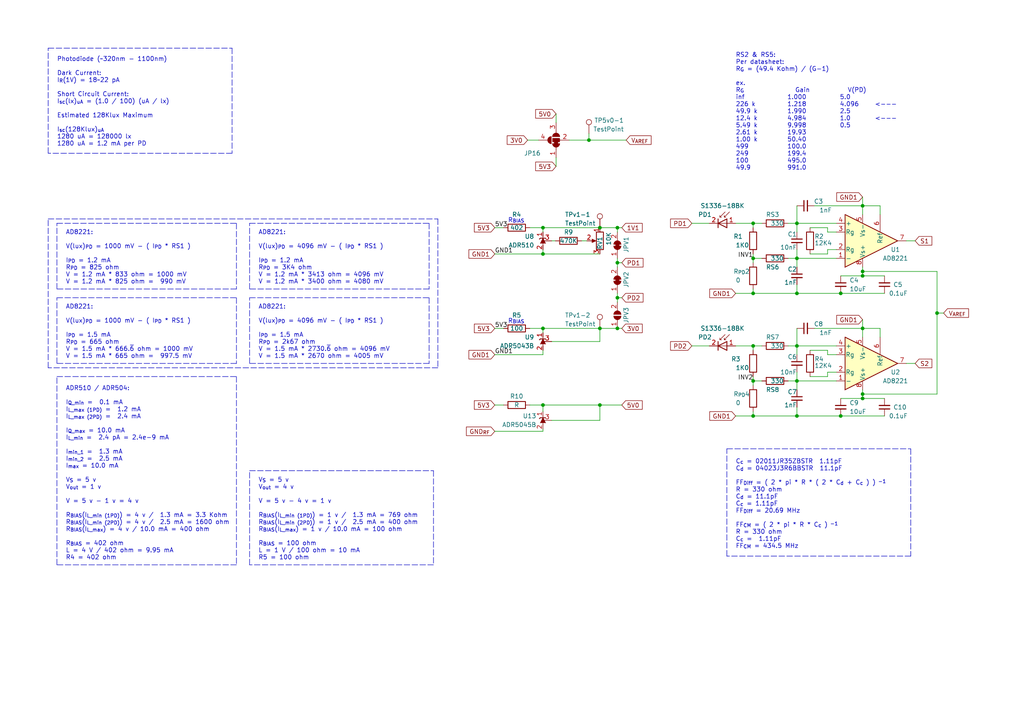
<source format=kicad_sch>
(kicad_sch (version 20211123) (generator eeschema)
  (paper "A4")
  (lib_symbols
    (symbol "ADR510_1" (pin_names hide)
      (property "Reference" "U" (at -2.54 2.54 0))
      (property "Value" "ADR510_1" (at 0 -2.54 0))
      (symbol "ADR510_1_0_1"
        (polyline (pts (xy -1.27 0) (xy 0 0) (xy 1.27 0)))
        (polyline (pts (xy -0.762 0.762) (xy 0.762 0) (xy -0.762 -0.762)) (fill (type outline)))
        (polyline (pts (xy 0.508 -1.016) (xy 0.762 -0.762) (xy 0.762 0.762) (xy 0.762 0.762)) (stroke (width 0.254)))
      )
      (symbol "ADR510_1_1_1"
        (pin passive line (at 2.54 0 180) (length 1.27) (name "K") (number "1"))
        (pin passive line (at -2.54 0 0) (length 1.27) (name "A") (number "2"))
        (pin passive line (at 0 2.54 270) (length 2.54) (name "REF") (number "3"))
      )
    )
    (symbol "Amplifier_Instrumentation:AD8236" (pin_names (offset 0.127))
      (property "Reference" "U" (at 3.81 7.62 0))
      (property "Value" "AD8236" (at 3.81 5.08 0))
      (symbol "AD8236_0_1"
        (polyline (pts (xy -7.62 7.62) (xy -7.62 -7.62) (xy 7.62 0) (xy -7.62 7.62)) (stroke (width 0.254)) (fill (type background)))
      )
      (symbol "AD8236_1_1"
        (pin input line (at -10.16 5.08 0) (length 2.54) (name "-") (number "1"))
        (pin passive line (at -10.16 2.54 0) (length 2.54) (name "Rg") (number "2"))
        (pin passive line (at -10.16 -2.54 0) (length 2.54) (name "Rg") (number "3"))
        (pin input line (at -10.16 -5.08 0) (length 2.54) (name "+") (number "4"))
        (pin power_in line (at -2.54 -7.62 90) (length 2.54) (name "Vs-") (number "5"))
        (pin passive line (at 2.54 -7.62 90) (length 5.08) (name "Ref") (number "6"))
        (pin output line (at 10.16 0 180) (length 2.54) (name "~") (number "7"))
        (pin power_in line (at -2.54 7.62 270) (length 2.54) (name "Vs+") (number "8"))
      )
    )
    (symbol "Connector:TestPoint" (pin_numbers hide) (pin_names (offset 0.762) hide)
      (property "Reference" "TP" (at 0 6.858 0))
      (property "Value" "TestPoint" (at 0 5.08 0))
      (symbol "TestPoint_0_1"
        (circle (center 0 3.302) (radius 0.762))
      )
      (symbol "TestPoint_1_1"
        (pin passive line (at 0 0 90) (length 2.54) (name "1") (number "1"))
      )
    )
    (symbol "Device:C_Small" (pin_numbers hide) (pin_names (offset 0.254) hide)
      (property "Reference" "C" (at 0.254 1.778 0))
      (property "Value" "C_Small" (at 0.254 -2.032 0))
      (symbol "C_Small_0_1"
        (polyline (pts (xy -1.524 -0.508) (xy 1.524 -0.508)) (stroke (width 0.3302)))
        (polyline (pts (xy -1.524 0.508) (xy 1.524 0.508)) (stroke (width 0.3048)))
      )
      (symbol "C_Small_1_1"
        (pin passive line (at 0 2.54 270) (length 2.032) (name "~") (number "1"))
        (pin passive line (at 0 -2.54 90) (length 2.032) (name "~") (number "2"))
      )
    )
    (symbol "Device:R" (pin_numbers hide) (pin_names (offset 0))
      (property "Reference" "R" (at 2.032 0 90))
      (property "Value" "R" (at 0 0 90))
      (symbol "R_0_1"
        (rectangle (start -1.016 -2.54) (end 1.016 2.54) (stroke (width 0.254)))
      )
      (symbol "R_1_1"
        (pin passive line (at 0 3.81 270) (length 1.27) (name "~") (number "1"))
        (pin passive line (at 0 -3.81 90) (length 1.27) (name "~") (number "2"))
      )
    )
    (symbol "Device:R_Potentiometer" (pin_names (offset 1.016) hide)
      (property "Reference" "RV" (at -4.445 0 90))
      (property "Value" "R_Potentiometer" (at -2.54 0 90))
      (symbol "R_Potentiometer_0_1"
        (polyline (pts (xy 2.54 0) (xy 1.524 0)))
        (polyline (pts (xy 1.143 0) (xy 2.286 0.508) (xy 2.286 -0.508) (xy 1.143 0)) (fill (type outline)))
        (rectangle (start 1.016 2.54) (end -1.016 -2.54) (stroke (width 0.254)))
      )
      (symbol "R_Potentiometer_1_1"
        (pin passive line (at 0 3.81 270) (length 1.27) (name "1") (number "1"))
        (pin passive line (at 3.81 0 180) (length 1.27) (name "2") (number "2"))
        (pin passive line (at 0 -3.81 90) (length 1.27) (name "3") (number "3"))
      )
    )
    (symbol "Gardenuino_Custom:ADR510" (pin_names hide)
      (property "Reference" "U" (at -2.54 2.54 0))
      (property "Value" "ADR510" (at 0 -2.54 0))
      (symbol "ADR510_0_1"
        (polyline (pts (xy -1.27 0) (xy 0 0) (xy 1.27 0)))
        (polyline (pts (xy -0.762 0.762) (xy 0.762 0) (xy -0.762 -0.762)) (fill (type outline)))
        (polyline (pts (xy 0.508 -1.016) (xy 0.762 -0.762) (xy 0.762 0.762) (xy 0.762 0.762)) (stroke (width 0.254)))
      )
      (symbol "ADR510_1_1"
        (pin passive line (at 2.54 0 180) (length 1.27) (name "K") (number "1"))
        (pin passive line (at -2.54 0 0) (length 1.27) (name "A") (number "2"))
        (pin passive line (at 0 2.54 270) (length 2.54) (name "REF") (number "3"))
      )
    )
    (symbol "Jumper:SolderJumper_2_Bridged" (pin_names (offset 0) hide)
      (property "Reference" "JP" (at 0 2.032 0))
      (property "Value" "SolderJumper_2_Bridged" (at 0 -2.54 0))
      (symbol "SolderJumper_2_Bridged_0_1"
        (rectangle (start -0.508 0.508) (end 0.508 -0.508) (fill (type outline)))
        (arc (start -0.254 1.016) (mid -1.27 0) (end -0.254 -1.016))
        (arc (start -0.254 1.016) (mid -1.27 0) (end -0.254 -1.016) (fill (type outline)))
        (polyline (pts (xy -0.254 1.016) (xy -0.254 -1.016)))
        (polyline (pts (xy 0.254 1.016) (xy 0.254 -1.016)))
        (arc (start 0.254 -1.016) (mid 1.27 0) (end 0.254 1.016))
        (arc (start 0.254 -1.016) (mid 1.27 0) (end 0.254 1.016) (fill (type outline)))
      )
      (symbol "SolderJumper_2_Bridged_1_1"
        (pin passive line (at -3.81 0 0) (length 2.54) (name "A") (number "1"))
        (pin passive line (at 3.81 0 180) (length 2.54) (name "B") (number "2"))
      )
    )
    (symbol "Jumper:SolderJumper_2_Open" (pin_names (offset 0) hide)
      (property "Reference" "JP" (at 0 2.032 0))
      (property "Value" "SolderJumper_2_Open" (at 0 -2.54 0))
      (symbol "SolderJumper_2_Open_0_1"
        (arc (start -0.254 1.016) (mid -1.27 0) (end -0.254 -1.016))
        (arc (start -0.254 1.016) (mid -1.27 0) (end -0.254 -1.016) (fill (type outline)))
        (polyline (pts (xy -0.254 1.016) (xy -0.254 -1.016)))
        (polyline (pts (xy 0.254 1.016) (xy 0.254 -1.016)))
        (arc (start 0.254 -1.016) (mid 1.27 0) (end 0.254 1.016))
        (arc (start 0.254 -1.016) (mid 1.27 0) (end 0.254 1.016) (fill (type outline)))
      )
      (symbol "SolderJumper_2_Open_1_1"
        (pin passive line (at -3.81 0 0) (length 2.54) (name "A") (number "1"))
        (pin passive line (at 3.81 0 180) (length 2.54) (name "B") (number "2"))
      )
    )
    (symbol "Jumper:SolderJumper_3_Bridged12" (pin_names (offset 0) hide)
      (property "Reference" "JP16" (at -3.81 4.445 90))
      (symbol "SolderJumper_3_Bridged12_0_1"
        (rectangle (start -1.016 0.508) (end -0.508 -0.508) (fill (type outline)))
        (arc (start -1.016 1.016) (mid -2.032 0) (end -1.016 -1.016))
        (arc (start -1.016 1.016) (mid -2.032 0) (end -1.016 -1.016) (fill (type outline)))
        (rectangle (start -0.508 1.016) (end 0.508 -1.016) (fill (type outline)))
        (polyline (pts (xy -2.54 0) (xy -2.032 0)))
        (polyline (pts (xy -1.016 1.016) (xy -1.016 -1.016)))
        (polyline (pts (xy -1.016 1.397) (xy 1.016 1.397)))
        (polyline (pts (xy 0 -1.27) (xy 0 -1.016)))
        (polyline (pts (xy 1.016 1.016) (xy 1.016 -1.016)))
        (polyline (pts (xy 2.54 0) (xy 2.032 0)))
        (arc (start 1.016 -1.016) (mid 2.032 0) (end 1.016 1.016))
        (arc (start 1.016 -1.016) (mid 2.032 0) (end 1.016 1.016) (fill (type outline)))
        (arc (start 1.016 1.397) (mid 0 2.413) (end -1.016 1.397))
        (arc (start 1.016 1.397) (mid 0 2.413) (end -1.016 1.397) (fill (type outline)))
      )
      (symbol "SolderJumper_3_Bridged12_1_1"
        (pin passive line (at -5.08 0 0) (length 2.54) (name "A") (number "1"))
        (pin passive line (at 0 -3.81 90) (length 2.54) (name "C") (number "2"))
        (pin passive line (at 5.08 0 180) (length 2.54) (name "B") (number "3"))
        (pin passive line (at 0 5.08 270) (length 2.54) (name "B") (number "4"))
      )
    )
    (symbol "S13360-3025CS_1" (pin_names hide)
      (property "Reference" "D" (at 1.778 1.778 0))
      (property "Value" "S13360-3025CS_1" (at 0.254 -2.794 0))
      (symbol "S13360-3025CS_1_0_1"
        (polyline (pts (xy -1.27 0) (xy 1.27 0)))
        (polyline (pts (xy -1.27 1.27) (xy -1.27 -1.27)) (stroke (width 0.254)))
        (polyline (pts (xy -0.762 1.778) (xy -0.254 1.778)))
        (polyline (pts (xy 1.27 1.27) (xy 1.27 -1.27)) (stroke (width 0.254)))
        (polyline (pts (xy 0.762 3.302) (xy -0.762 1.778) (xy -0.762 2.286)))
        (polyline (pts (xy 1.27 1.27) (xy -1.27 0) (xy 1.27 -1.27)) (stroke (width 0.254)))
        (polyline (pts (xy 2.032 3.302) (xy 0.508 1.778) (xy 0.508 2.286) (xy 0.508 1.778) (xy 1.016 1.778)))
      )
      (symbol "S13360-3025CS_1_1_1"
        (pin passive line (at 3.81 0 180) (length 2.54) (name "A") (number "1"))
        (pin passive line (at -3.81 0 0) (length 2.54) (name "K") (number "2"))
      )
    )
  )
  (junction (at 157.48 73.66))
  (junction (at 218.44 64.77))
  (junction (at 250.19 114.3))
  (junction (at 218.44 110.49))
  (junction (at 250.19 80.01))
  (junction (at 231.14 110.49))
  (junction (at 179.07 86.36))
  (junction (at 250.19 59.69))
  (junction (at 173.99 117.475))
  (junction (at 218.44 74.93))
  (junction (at 243.84 120.65))
  (junction (at 157.48 66.04))
  (junction (at 179.07 95.25))
  (junction (at 179.07 66.04))
  (junction (at 231.14 100.33))
  (junction (at 170.815 40.64))
  (junction (at 231.14 64.77))
  (junction (at 173.99 66.04))
  (junction (at 231.14 74.93))
  (junction (at 218.44 85.09))
  (junction (at 231.14 120.65))
  (junction (at 218.44 100.33))
  (junction (at 179.07 76.2))
  (junction (at 250.19 78.74))
  (junction (at 250.19 115.57))
  (junction (at 157.48 117.475))
  (junction (at 243.84 85.09))
  (junction (at 250.19 95.25))
  (junction (at 271.78 90.805))
  (junction (at 218.44 120.65))
  (junction (at 157.48 95.25))
  (junction (at 173.99 95.25))
  (junction (at 231.14 85.09))
  (wire (pts (xy 157.48 101.6) (xy 157.48 102.87)))
  (wire (pts (xy 240.03 66.04) (xy 240.03 67.31)))
  (wire (pts (xy 243.84 120.65) (xy 256.54 120.65)))
  (wire (pts (xy 160.02 121.92) (xy 173.99 121.92)))
  (wire (pts (xy 228.6 110.49) (xy 231.14 110.49)))
  (wire (pts (xy 231.14 120.65) (xy 243.84 120.65)))
  (polyline (pts (xy 13.97 13.97) (xy 67.31 13.97)))
  (wire (pts (xy 231.14 85.09) (xy 243.84 85.09)))
  (wire (pts (xy 143.51 66.04) (xy 146.05 66.04)))
  (wire (pts (xy 213.36 64.77) (xy 218.44 64.77)))
  (polyline (pts (xy 13.97 106.68) (xy 13.97 63.5)))
  (wire (pts (xy 179.07 85.09) (xy 179.07 86.36)))
  (wire (pts (xy 157.48 117.475) (xy 173.99 117.475)))
  (polyline (pts (xy 68.58 64.77) (xy 68.58 83.82)))
  (polyline (pts (xy 13.97 63.5) (xy 127 63.5)))
  (wire (pts (xy 243.84 80.01) (xy 250.19 80.01)))
  (polyline (pts (xy 127 63.5) (xy 127 106.68)))
  (wire (pts (xy 236.22 95.25) (xy 250.19 95.25)))
  (wire (pts (xy 231.14 72.39) (xy 231.14 74.93)))
  (polyline (pts (xy 16.51 109.22) (xy 68.58 109.22)))
  (wire (pts (xy 157.48 72.39) (xy 157.48 73.66)))
  (wire (pts (xy 240.03 107.95) (xy 242.57 107.95)))
  (polyline (pts (xy 13.97 44.45) (xy 13.97 13.97)))
  (wire (pts (xy 218.44 85.09) (xy 213.36 85.09)))
  (wire (pts (xy 240.03 101.6) (xy 240.03 102.87)))
  (wire (pts (xy 234.95 73.66) (xy 240.03 73.66)))
  (wire (pts (xy 143.51 125.095) (xy 157.48 125.095)))
  (polyline (pts (xy 124.46 83.82) (xy 72.39 83.82)))
  (polyline (pts (xy 68.58 109.22) (xy 68.58 163.83)))
  (wire (pts (xy 218.44 85.09) (xy 231.14 85.09)))
  (wire (pts (xy 240.03 102.87) (xy 242.57 102.87)))
  (wire (pts (xy 271.78 90.805) (xy 273.685 90.805)))
  (polyline (pts (xy 72.39 105.41) (xy 72.39 86.36)))
  (wire (pts (xy 250.19 115.57) (xy 256.54 115.57)))
  (polyline (pts (xy 72.39 136.525) (xy 125.73 136.525)))
  (wire (pts (xy 218.44 74.93) (xy 220.98 74.93)))
  (wire (pts (xy 218.44 83.82) (xy 218.44 85.09)))
  (wire (pts (xy 160.02 99.06) (xy 173.99 99.06)))
  (polyline (pts (xy 264.16 161.29) (xy 210.82 161.29)))
  (wire (pts (xy 179.07 76.2) (xy 179.07 77.47)))
  (wire (pts (xy 173.99 117.475) (xy 180.34 117.475)))
  (wire (pts (xy 240.03 73.66) (xy 240.03 72.39)))
  (wire (pts (xy 181.61 40.64) (xy 170.815 40.64)))
  (wire (pts (xy 255.27 62.23) (xy 255.27 59.69)))
  (polyline (pts (xy 68.58 83.82) (xy 16.51 83.82)))
  (wire (pts (xy 250.19 95.25) (xy 250.19 97.79)))
  (wire (pts (xy 153.67 66.04) (xy 157.48 66.04)))
  (polyline (pts (xy 68.58 163.83) (xy 16.51 163.83)))
  (wire (pts (xy 240.03 72.39) (xy 242.57 72.39)))
  (wire (pts (xy 231.14 110.49) (xy 242.57 110.49)))
  (wire (pts (xy 250.19 114.3) (xy 250.19 115.57)))
  (wire (pts (xy 153.67 117.475) (xy 157.48 117.475)))
  (wire (pts (xy 228.6 64.77) (xy 231.14 64.77)))
  (wire (pts (xy 218.44 100.33) (xy 220.98 100.33)))
  (wire (pts (xy 157.48 66.04) (xy 173.99 66.04)))
  (wire (pts (xy 179.07 66.04) (xy 179.07 67.31)))
  (polyline (pts (xy 67.31 13.97) (xy 67.31 44.45)))
  (wire (pts (xy 143.51 102.87) (xy 157.48 102.87)))
  (wire (pts (xy 218.44 100.33) (xy 218.44 101.6)))
  (polyline (pts (xy 68.58 105.41) (xy 16.51 105.41)))
  (polyline (pts (xy 67.31 44.45) (xy 13.97 44.45)))
  (polyline (pts (xy 125.73 163.83) (xy 72.39 163.83)))
  (wire (pts (xy 240.03 109.22) (xy 240.03 107.95)))
  (wire (pts (xy 231.14 95.25) (xy 231.14 100.33)))
  (wire (pts (xy 218.44 74.93) (xy 218.44 76.2)))
  (wire (pts (xy 173.99 117.475) (xy 173.99 121.92)))
  (wire (pts (xy 179.07 76.2) (xy 180.34 76.2)))
  (wire (pts (xy 168.6951 69.85) (xy 170.18 69.85)))
  (wire (pts (xy 218.44 73.66) (xy 218.44 74.93)))
  (wire (pts (xy 231.14 118.11) (xy 231.14 120.65)))
  (wire (pts (xy 231.14 59.69) (xy 231.14 64.77)))
  (wire (pts (xy 250.19 113.03) (xy 250.19 114.3)))
  (wire (pts (xy 157.48 117.475) (xy 157.48 119.38)))
  (wire (pts (xy 250.19 59.69) (xy 250.19 62.23)))
  (wire (pts (xy 271.78 114.3) (xy 250.19 114.3)))
  (wire (pts (xy 250.19 78.74) (xy 271.78 78.74)))
  (polyline (pts (xy 16.51 105.41) (xy 16.51 86.36)))
  (polyline (pts (xy 124.46 105.41) (xy 72.39 105.41)))
  (polyline (pts (xy 264.16 130.175) (xy 264.16 161.29)))
  (wire (pts (xy 250.19 59.69) (xy 255.27 59.69)))
  (wire (pts (xy 234.95 66.04) (xy 240.03 66.04)))
  (wire (pts (xy 250.19 78.74) (xy 250.19 80.01)))
  (wire (pts (xy 231.14 67.31) (xy 231.14 64.77)))
  (wire (pts (xy 231.14 82.55) (xy 231.14 85.09)))
  (wire (pts (xy 271.78 90.805) (xy 271.78 114.3)))
  (polyline (pts (xy 72.39 64.77) (xy 124.46 64.77)))
  (wire (pts (xy 231.14 74.93) (xy 242.57 74.93)))
  (polyline (pts (xy 16.51 64.77) (xy 68.58 64.77)))
  (wire (pts (xy 179.07 95.25) (xy 180.34 95.25)))
  (polyline (pts (xy 72.39 83.82) (xy 72.39 64.77)))
  (polyline (pts (xy 72.39 163.83) (xy 72.39 136.525)))
  (wire (pts (xy 218.44 119.38) (xy 218.44 120.65)))
  (wire (pts (xy 157.48 96.52) (xy 157.48 95.25)))
  (polyline (pts (xy 210.82 130.175) (xy 264.16 130.175)))
  (wire (pts (xy 218.44 64.77) (xy 218.44 66.04)))
  (wire (pts (xy 143.51 117.475) (xy 146.05 117.475)))
  (wire (pts (xy 271.78 78.74) (xy 271.78 90.805)))
  (wire (pts (xy 255.27 97.79) (xy 255.27 95.25)))
  (wire (pts (xy 179.07 86.36) (xy 179.07 87.63)))
  (wire (pts (xy 173.99 95.25) (xy 179.07 95.25)))
  (wire (pts (xy 243.84 85.09) (xy 256.54 85.09)))
  (wire (pts (xy 231.14 107.95) (xy 231.14 110.49)))
  (wire (pts (xy 262.89 105.41) (xy 265.43 105.41)))
  (polyline (pts (xy 16.51 86.36) (xy 68.58 86.36)))
  (polyline (pts (xy 125.73 136.525) (xy 125.73 163.83)))
  (wire (pts (xy 157.48 124.46) (xy 157.48 125.095)))
  (wire (pts (xy 170.815 38.735) (xy 170.815 40.64)))
  (wire (pts (xy 250.19 77.47) (xy 250.19 78.74)))
  (wire (pts (xy 200.66 100.33) (xy 205.74 100.33)))
  (wire (pts (xy 228.6 100.33) (xy 231.14 100.33)))
  (wire (pts (xy 143.51 73.66) (xy 157.48 73.66)))
  (polyline (pts (xy 127 106.68) (xy 13.97 106.68)))
  (wire (pts (xy 218.44 64.77) (xy 220.98 64.77)))
  (polyline (pts (xy 124.46 86.36) (xy 124.46 105.41)))
  (polyline (pts (xy 210.82 161.29) (xy 210.82 130.175)))
  (wire (pts (xy 240.03 67.31) (xy 242.57 67.31)))
  (polyline (pts (xy 16.51 83.82) (xy 16.51 64.77)))
  (wire (pts (xy 218.44 110.49) (xy 218.44 111.76)))
  (wire (pts (xy 213.36 120.65) (xy 218.44 120.65)))
  (wire (pts (xy 228.6 74.93) (xy 231.14 74.93)))
  (wire (pts (xy 200.66 64.77) (xy 205.74 64.77)))
  (wire (pts (xy 161.29 33.02) (xy 161.29 35.56)))
  (wire (pts (xy 250.19 57.15) (xy 250.19 59.69)))
  (wire (pts (xy 173.99 99.06) (xy 173.99 95.25)))
  (wire (pts (xy 160.02 69.85) (xy 161.0751 69.85)))
  (wire (pts (xy 218.44 110.49) (xy 220.98 110.49)))
  (wire (pts (xy 231.14 102.87) (xy 231.14 100.33)))
  (wire (pts (xy 234.95 109.22) (xy 240.03 109.22)))
  (wire (pts (xy 218.44 109.22) (xy 218.44 110.49)))
  (wire (pts (xy 231.14 64.77) (xy 242.57 64.77)))
  (wire (pts (xy 179.07 86.36) (xy 180.34 86.36)))
  (wire (pts (xy 153.035 40.64) (xy 156.21 40.64)))
  (wire (pts (xy 157.48 73.66) (xy 173.99 73.66)))
  (wire (pts (xy 161.29 48.26) (xy 161.29 45.72)))
  (wire (pts (xy 153.67 95.25) (xy 157.48 95.25)))
  (wire (pts (xy 234.95 101.6) (xy 240.03 101.6)))
  (polyline (pts (xy 68.58 86.36) (xy 68.58 105.41)))
  (polyline (pts (xy 124.46 64.77) (xy 124.46 83.82)))
  (wire (pts (xy 231.14 74.93) (xy 231.14 77.47)))
  (wire (pts (xy 218.44 120.65) (xy 231.14 120.65)))
  (wire (pts (xy 173.99 66.04) (xy 179.07 66.04)))
  (wire (pts (xy 262.89 69.85) (xy 265.43 69.85)))
  (wire (pts (xy 236.22 59.69) (xy 250.19 59.69)))
  (wire (pts (xy 231.14 110.49) (xy 231.14 113.03)))
  (wire (pts (xy 250.19 92.71) (xy 250.19 95.25)))
  (polyline (pts (xy 16.51 163.83) (xy 16.51 109.22)))
  (polyline (pts (xy 72.39 86.36) (xy 124.46 86.36)))
  (wire (pts (xy 170.815 40.64) (xy 165.1 40.64)))
  (wire (pts (xy 179.07 74.93) (xy 179.07 76.2)))
  (wire (pts (xy 157.48 67.31) (xy 157.48 66.04)))
  (wire (pts (xy 243.84 115.57) (xy 250.19 115.57)))
  (wire (pts (xy 143.51 95.25) (xy 146.05 95.25)))
  (wire (pts (xy 231.14 100.33) (xy 242.57 100.33)))
  (wire (pts (xy 213.36 100.33) (xy 218.44 100.33)))
  (wire (pts (xy 179.07 66.04) (xy 180.34 66.04)))
  (wire (pts (xy 250.19 95.25) (xy 255.27 95.25)))
  (wire (pts (xy 250.19 80.01) (xy 256.54 80.01)))
  (wire (pts (xy 157.48 95.25) (xy 173.99 95.25)))
  (text "RS2 & RS5:\nPer datasheet:\nR_{G} = (49.4 Kohm) / (G-1)\n\nex.\nR_{G}			Gain		V(PD)\ninf			1.000		5.0\n226 k		1.218		4.096	<---\n49.9 k		1.990		2.5\n12.4 k		4.984		1.0		<---\n5.49 k		9.998		0.5\n2.61 k 		19.93\n1.00 k		50.40\n499			100.0\n249			199.4\n100			495.0\n49.9		991.0" (at 213.36 49.53 0) (effects (font (size 1.27 1.27)) (justify left bottom)))
  (text "AD8221:\n\nV(lux)_{PD} = 1000 mV - ( I_{PD} * RS1 )\n\nI_{PD} = 1.5 mA\nR_{PD} = 665 ohm\nV = 1.5 mA * 666.~{6} ohm = 1000 mV\nV = 1.5 mA * 665 ohm =  997.5 mV" (at 19.05 104.14 0) (effects (font (size 1.27 1.27)) (justify left bottom)))
  (text "R_{BIAS}" (at 147.32 93.98 0) (effects (font (size 1.27 1.27)) (justify left bottom)))
  (text "AD8221:\n\nV(lux)_{PD} = 4096 mV - ( I_{PD} * RS1 )\n\nI_{PD} = 1.5 mA\nR_{PD} = 2k67 ohm\nV = 1.5 mA * 2730.~{6} ohm = 4096 mV\nV = 1.5 mA * 2670 ohm = 4005 mV" (at 74.93 104.14 0) (effects (font (size 1.27 1.27)) (justify left bottom)))
  (text "C_{c} = 02011JR35ZBSTR  1.11pF\nC_{d} = 04023J3R6BBSTR  11.1pF\n\nFF_{Diff} = ( 2 * pi * R * ( 2 * C_{d} + C_{c} ) )^{ -1}\nR = 330 ohm\nC_{d} = 11.1pF\nC_{c} = 1.11pF\nFF_{Diff} = 20.69 MHz\n\nFF_{CM} = ( 2 * pi * R * C_{c} )^{ -1}\nR = 330 ohm\nC_{c} =  1.11pF\nFF_{CM} = 434.5 MHz\n\n" (at 213.36 161.29 0) (effects (font (size 1.27 1.27)) (justify left bottom)))
  (text "ADR510 / ADR504:\n\nI_{Q_min} =  0.1 mA\nI_{L_max (1PD)} =  1.2 mA\nI_{L_max (2PD)} =  2.4 mA\n\nI_{Q_max} = 10.0 mA\nI_{L_min} =  2.4 pA = 2.4e-9 mA\n\nI_{min_1} =  1.3 mA\nI_{min_2} =  2.5 mA\nI_{max} = 10.0 mA\n\nV_{S} = 5 v\nV_{out} = 1 v\n\nV = 5 v - 1 v = 4 v\n\nR_{BIAS}(I_{L_min (1PD)}) = 4 v /  1.3 mA = 3.3 Kohm\nR_{BIAS}(I_{L_min (2PD)}) = 4 v /  2.5 mA = 1600 ohm\nR_{BIAS}(I_{L_max}) = 4 v / 10.0 mA = 400 ohm\n\nR_{BIAS} = 402 ohm\nL = 4 V / 402 ohm = 9.95 mA\nR4 = 402 ohm" (at 19.05 162.56 0) (effects (font (size 1.27 1.27)) (justify left bottom)))
  (text "AD8221:\n\nV(lux)_{PD} = 1000 mV - ( I_{PD} * RS1 )\n\nI_{PD} = 1.2 mA\nR_{PD} = 825 ohm\nV = 1.2 mA * 833 ohm = 1000 mV\nV = 1.2 mA * 825 ohm =  990 mV" (at 19.05 82.55 0) (effects (font (size 1.27 1.27)) (justify left bottom)))
  (text "Photodiode (~320nm - 1100nm)\n\nDark Current:\nI_{R}(1V) = 18~22 pA\n\nShort Circuit Current:\nI_{sc}(lx)_{uA} = (1.0 / 100) (uA / lx)\n\nEstimated 128Klux Maximum\n\nI_{sc}(128Klux)_{uA}\n1280 uA = 128000 lx\n1280 uA = 1.2 mA per PD" (at 16.51 42.545 0) (effects (font (size 1.27 1.27)) (justify left bottom)))
  (text "R_{BIAS}" (at 147.32 64.77 0) (effects (font (size 1.27 1.27)) (justify left bottom)))
  (text "\nV_{S} = 5 v\nV_{out} = 4 v\n\nV = 5 v - 4 v = 1 v\n\nR_{BIAS}(I_{L_min (1PD)}) = 1 v /  1.3 mA = 769 ohm\nR_{BIAS}(I_{L_min (2PD)}) = 1 v /  2.5 mA = 400 ohm\nR_{BIAS}(I_{L_max}) = 1 v / 10.0 mA = 100 ohm\n\nR_{BIAS} = 100 ohm\nL = 1 V / 100 ohm = 10 mA\nR5 = 100 ohm" (at 74.93 162.56 0) (effects (font (size 1.27 1.27)) (justify left bottom)))
  (text "AD8221:\n\nV(lux)_{PD} = 4096 mV - ( I_{PD} * RS1 )\n\nI_{PD} = 1.2 mA\nR_{PD} = 3K4 ohm\nV = 1.2 mA * 3413 ohm = 4096 mV\nV = 1.2 mA * 3400 ohm = 4080 mV" (at 74.93 82.55 0) (effects (font (size 1.27 1.27)) (justify left bottom)))
  (label "INV2" (at 218.44 110.49 180))
  (label "5V3" (at 143.51 95.25 0))
  (label "GND1" (at 143.51 102.87 0))
  (label "INV1" (at 218.44 74.93 180))
  (label "GND1" (at 143.51 73.66 0))
  (label "5V3" (at 143.51 66.04 0))
  (global_label "5V3" (shape input) (at 143.51 66.04 180) (property "Intersheet References" "${INTERSHEET_REFS}" (effects hide)))
  (global_label "3V0" (shape input) (at 180.34 95.25 0) (property "Intersheet References" "${INTERSHEET_REFS}" (effects hide)))
  (global_label "PD2" (shape input) (at 180.34 86.36 0) (property "Intersheet References" "${INTERSHEET_REFS}" (effects hide)))
  (global_label "S2" (shape input) (at 265.43 105.41 0) (property "Intersheet References" "${INTERSHEET_REFS}" (effects hide)))
  (global_label "PD1" (shape input) (at 200.66 64.77 180) (property "Intersheet References" "${INTERSHEET_REFS}" (effects hide)))
  (global_label "GND_{RF}" (shape input) (at 143.51 125.095 180) (property "Intersheet References" "${INTERSHEET_REFS}" (effects hide)))
  (global_label "GND1" (shape input) (at 250.19 92.71 180) (property "Intersheet References" "${INTERSHEET_REFS}" (effects hide)))
  (global_label "1V1" (shape input) (at 180.34 66.04 0) (property "Intersheet References" "${INTERSHEET_REFS}" (effects hide)))
  (global_label "5V3" (shape input) (at 143.51 117.475 180) (property "Intersheet References" "${INTERSHEET_REFS}" (effects hide)))
  (global_label "GND1" (shape input) (at 250.19 57.15 180) (property "Intersheet References" "${INTERSHEET_REFS}" (effects hide)))
  (global_label "5V0" (shape input) (at 180.34 117.475 0) (property "Intersheet References" "${INTERSHEET_REFS}" (effects hide)))
  (global_label "5V3" (shape input) (at 143.51 95.25 180) (property "Intersheet References" "${INTERSHEET_REFS}" (effects hide)))
  (global_label "5V0" (shape input) (at 161.29 33.02 180) (property "Intersheet References" "${INTERSHEET_REFS}" (effects hide)))
  (global_label "S1" (shape input) (at 265.43 69.85 0) (property "Intersheet References" "${INTERSHEET_REFS}" (effects hide)))
  (global_label "GND1" (shape input) (at 213.36 120.65 180) (property "Intersheet References" "${INTERSHEET_REFS}" (effects hide)))
  (global_label "GND1" (shape input) (at 213.36 85.09 180) (property "Intersheet References" "${INTERSHEET_REFS}" (effects hide)))
  (global_label "PD1" (shape input) (at 180.34 76.2 0) (property "Intersheet References" "${INTERSHEET_REFS}" (effects hide)))
  (global_label "GND1" (shape input) (at 143.51 73.66 180) (property "Intersheet References" "${INTERSHEET_REFS}" (effects hide)))
  (global_label "PD2" (shape input) (at 200.66 100.33 180) (property "Intersheet References" "${INTERSHEET_REFS}" (effects hide)))
  (global_label "V_{AREF}" (shape input) (at 273.685 90.805 0) (property "Intersheet References" "${INTERSHEET_REFS}" (effects hide)))
  (global_label "3V0" (shape input) (at 153.035 40.64 180) (property "Intersheet References" "${INTERSHEET_REFS}" (effects hide)))
  (global_label "5V3" (shape input) (at 161.29 48.26 180) (property "Intersheet References" "${INTERSHEET_REFS}" (effects hide)))
  (global_label "V_{AREF}" (shape input) (at 181.61 40.64 0) (property "Intersheet References" "${INTERSHEET_REFS}" (effects hide)))
  (global_label "GND1" (shape input) (at 143.51 102.87 180) (property "Intersheet References" "${INTERSHEET_REFS}" (effects hide)))
  (symbol (lib_id "Connector:TestPoint") (at 173.99 66.04 0) (unit 1)
    (property "Reference" "TPv1-1" (at 163.83 62.23 0) (effects (justify left)))
    (property "Value" "TestPoint" (at 163.83 64.77 0) (effects (justify left)))
    (property "Footprint" "TestPoint:TestPoint_Keystone_5000-5004_Miniature" (effects hide))
  )
  (symbol (lib_id "Amplifier_Instrumentation:AD8236") (at 252.73 105.41 0) (mirror x) (unit 1)
    (property "Reference" "U2" (at 259.715 107.95 0))
    (property "Value" "AD8221" (at 259.715 110.49 0))
    (property "Footprint" "Package_SO:MSOP-8_3x3mm_P0.65mm" (effects hide))
    (property "Datasheet" "https://www.analog.com/media/en/technical-documentation/data-sheets/AD8236.pdf" (effects hide))
  )
  (symbol (lib_id "Amplifier_Instrumentation:AD8236") (at 252.73 69.85 0) (mirror x) (unit 1)
    (property "Reference" "U1" (at 259.715 72.39 0))
    (property "Value" "AD8221" (at 259.715 74.93 0))
    (property "Footprint" "Package_SO:MSOP-8_3x3mm_P0.65mm" (effects hide))
    (property "Datasheet" "https://www.analog.com/media/en/technical-documentation/data-sheets/AD8236.pdf" (effects hide))
  )
  (symbol (lib_id "Connector:TestPoint") (at 170.815 38.735 0) (mirror y) (unit 1)
    (property "Reference" "TP5v0-1" (at 180.975 34.925 0) (effects (justify left)))
    (property "Value" "TestPoint" (at 180.975 37.465 0) (effects (justify left)))
    (property "Footprint" "TestPoint:TestPoint_Keystone_5000-5004_Miniature" (effects hide))
  )
  (symbol (lib_id "Device:C_Small") (at 233.68 59.69 90) (mirror x) (unit 1)
    (property "Reference" "C3" (at 238.76 58.42 90) (effects (justify left)))
    (property "Value" "1nF" (at 241.3 60.96 90) (effects (justify left)))
    (property "Footprint" "Capacitor_SMD:C_0805_2012Metric" (effects hide))
  )
  (symbol (lib_id "Connector:TestPoint") (at 173.99 95.25 0) (unit 1)
    (property "Reference" "TPv1-2" (at 163.83 91.44 0) (effects (justify left)))
    (property "Value" "TestPoint" (at 163.83 93.98 0) (effects (justify left)))
    (property "Footprint" "TestPoint:TestPoint_Keystone_5000-5004_Miniature" (effects hide))
  )
  (symbol (lib_id "Device:R") (at 149.86 95.25 90) (unit 1)
    (property "Reference" "R5" (at 149.86 91.44 90))
    (property "Value" "100" (at 149.86 95.25 90))
    (property "Footprint" "Capacitor_SMD:C_0805_2012Metric" (effects hide))
  )
  (symbol (lib_id "Device:R") (at 234.95 69.85 0) (unit 1)
    (property "Reference" "R2" (at 236.22 68.58 0) (effects (justify left)))
    (property "Value" "12K4" (at 236.22 70.485 0) (effects (justify left)))
    (property "Footprint" "Capacitor_SMD:C_0805_2012Metric" (effects hide))
  )
  (symbol (lib_id "Device:R") (at 224.79 74.93 90) (unit 1)
    (property "Reference" "RS6" (at 226.06 77.47 90) (effects (justify left)))
    (property "Value" "330" (at 227.33 74.93 90) (effects (justify left)))
    (property "Footprint" "Capacitor_SMD:C_0805_2012Metric" (effects hide))
  )
  (symbol (lib_id "Device:R") (at 218.44 80.01 0) (unit 1)
    (property "Reference" "R_{PD}2" (at 212.725 78.74 0) (effects (justify left)))
    (property "Value" "0" (at 213.36 81.28 0) (effects (justify left)))
    (property "Footprint" "Capacitor_SMD:C_0805_2012Metric" (effects hide))
  )
  (symbol (lib_id "Device:R") (at 164.8851 69.85 90) (unit 1)
    (property "Reference" "R9" (at 164.8851 67.31 90))
    (property "Value" "470K" (at 164.8851 69.85 90))
    (property "Footprint" "Capacitor_SMD:C_0805_2012Metric" (effects hide))
  )
  (symbol (lib_id "Device:R") (at 218.44 105.41 0) (unit 1)
    (property "Reference" "R3" (at 212.09 104.14 0) (effects (justify left)))
    (property "Value" "1K0" (at 213.36 106.68 0) (effects (justify left)))
    (property "Footprint" "Capacitor_SMD:C_0805_2012Metric" (effects hide))
  )
  (symbol (lib_id "Device:R") (at 149.86 66.04 90) (unit 1)
    (property "Reference" "R4" (at 149.86 62.23 90))
    (property "Value" "402" (at 149.86 66.04 90))
    (property "Footprint" "Capacitor_SMD:C_0805_2012Metric" (effects hide))
  )
  (symbol (lib_id "Device:C_Small") (at 233.68 95.25 90) (mirror x) (unit 1)
    (property "Reference" "C8" (at 238.76 93.98 90) (effects (justify left)))
    (property "Value" "1nF" (at 241.3 96.52 90) (effects (justify left)))
    (property "Footprint" "Capacitor_SMD:C_0805_2012Metric" (effects hide))
  )
  (symbol (lib_id "Device:R_Potentiometer") (at 173.99 69.85 0) (mirror y) (unit 1)
    (property "Reference" "RV1" (at 173.99 68.58 90) (effects (justify right)))
    (property "Value" "10K" (at 176.53 67.31 90) (effects (justify right)))
    (property "Footprint" "Potentiometer_THT:Potentiometer_Bourns_3296W_Vertical" (effects hide))
  )
  (symbol (lib_id "Device:R") (at 218.44 69.85 0) (unit 1)
    (property "Reference" "R1" (at 212.725 68.58 0) (effects (justify left)))
    (property "Value" "1K0" (at 213.36 71.12 0) (effects (justify left)))
    (property "Footprint" "Capacitor_SMD:C_0805_2012Metric" (effects hide))
  )
  (symbol (lib_id "Device:C_Small") (at 231.14 69.85 0) (mirror y) (unit 1)
    (property "Reference" "C1" (at 231.14 67.945 0) (effects (justify left)))
    (property "Value" "10nF" (at 231.14 71.755 0) (effects (justify left)))
    (property "Footprint" "Capacitor_SMD:C_0805_2012Metric" (effects hide))
  )
  (symbol (lib_id "Device:R") (at 224.79 64.77 90) (unit 1)
    (property "Reference" "RS3" (at 226.06 62.23 90) (effects (justify left)))
    (property "Value" "330" (at 227.33 64.77 90) (effects (justify left)))
    (property "Footprint" "Capacitor_SMD:C_0805_2012Metric" (effects hide))
  )
  (symbol (lib_id "Device:R") (at 224.79 100.33 90) (unit 1)
    (property "Reference" "RS7" (at 226.06 97.79 90) (effects (justify left)))
    (property "Value" "330" (at 227.33 100.33 90) (effects (justify left)))
    (property "Footprint" "Capacitor_SMD:C_0805_2012Metric" (effects hide))
  )
  (symbol (lib_name "S13360-3025CS_1") (lib_id "Sensor_Optical:S13360-3025CS") (at 209.55 100.33 0) (unit 1)
    (property "Reference" "PD2" (at 204.47 97.79 0))
    (property "Value" "S1336-18BK" (at 209.55 95.25 0))
    (property "Footprint" "Package_TO_SOT_THT:TO-18-4_Lens" (effects hide))
    (property "Datasheet" "http://www.hamamatsu.com/resources/pdf/ssd/s13360_series_kapd1052e.pdf" (effects hide))
  )
  (symbol (lib_id "Device:C_Small") (at 256.54 118.11 180) (unit 1)
    (property "Reference" "C10" (at 259.08 118.11 0) (effects (justify right)))
    (property "Value" "0.1uF" (at 257.81 120.65 0) (effects (justify right)))
    (property "Footprint" "Capacitor_SMD:C_0805_2012Metric" (effects hide))
  )
  (symbol (lib_id "Device:R") (at 234.95 105.41 0) (unit 1)
    (property "Reference" "R4" (at 236.22 104.14 0) (effects (justify left)))
    (property "Value" "12K4" (at 236.22 106.045 0) (effects (justify left)))
    (property "Footprint" "Capacitor_SMD:C_0805_2012Metric" (effects hide))
  )
  (symbol (lib_id "Device:C_Small") (at 243.84 118.11 0) (mirror y) (unit 1)
    (property "Reference" "C9" (at 246.38 116.8462 0) (effects (justify right)))
    (property "Value" "10uF" (at 246.38 119.3862 0) (effects (justify right)))
    (property "Footprint" "Capacitor_SMD:C_0805_2012Metric" (effects hide))
  )
  (symbol (lib_id "Device:R") (at 224.79 110.49 90) (unit 1)
    (property "Reference" "RS8" (at 226.06 113.03 90) (effects (justify left)))
    (property "Value" "330" (at 227.33 110.49 90) (effects (justify left)))
    (property "Footprint" "Capacitor_SMD:C_0805_2012Metric" (effects hide))
  )
  (symbol (lib_id "Device:C_Small") (at 231.14 105.41 0) (mirror y) (unit 1)
    (property "Reference" "C6" (at 231.14 103.505 0) (effects (justify left)))
    (property "Value" "10nF" (at 231.14 107.95 0) (effects (justify left)))
    (property "Footprint" "Capacitor_SMD:C_0805_2012Metric" (effects hide))
  )
  (symbol (lib_id "Jumper:SolderJumper_2_Bridged") (at 179.07 81.28 90) (unit 1)
    (property "Reference" "JPV2" (at 181.61 78.74 0) (effects (justify right)))
    (property "Value" "SolderJumper_2_Bridged" (effects hide))
    (property "Footprint" "Jumper:SolderJumper-2_P1.3mm_Bridged_RoundedPad1.0x1.5mm" (effects hide))
  )
  (symbol (lib_id "Device:R") (at 218.44 115.57 0) (unit 1)
    (property "Reference" "R_{PD}4" (at 212.725 114.3 0) (effects (justify left)))
    (property "Value" "0" (at 213.36 116.84 0) (effects (justify left)))
    (property "Footprint" "Capacitor_SMD:C_0805_2012Metric" (effects hide))
  )
  (symbol (lib_name "S13360-3025CS_1") (lib_id "Sensor_Optical:S13360-3025CS") (at 209.55 64.77 0) (unit 1)
    (property "Reference" "PD1" (at 204.47 62.23 0))
    (property "Value" "S1336-18BK" (at 209.55 59.69 0))
    (property "Footprint" "Gardenuino Custom:S1336" (effects hide))
    (property "Datasheet" "http://www.hamamatsu.com/resources/pdf/ssd/s13360_series_kapd1052e.pdf" (effects hide))
  )
  (symbol (lib_id "Device:R") (at 149.86 117.475 270) (mirror x) (unit 1)
    (property "Reference" "R10" (at 149.86 114.935 90))
    (property "Value" "R" (at 149.86 117.475 90))
    (property "Footprint" "Resistor_SMD:R_0603_1608Metric" (effects hide))
  )
  (symbol (lib_id "Device:C_Small") (at 231.14 115.57 0) (mirror y) (unit 1)
    (property "Reference" "C7" (at 231.14 113.665 0) (effects (justify left)))
    (property "Value" "1nF" (at 231.14 117.475 0) (effects (justify left)))
    (property "Footprint" "Capacitor_SMD:C_0805_2012Metric" (effects hide))
  )
  (symbol (lib_id "Gardenuino_Custom:ADR510") (at 157.48 99.06 270) (mirror x) (unit 1)
    (property "Reference" "U9" (at 154.94 97.79 90) (effects (justify right)))
    (property "Value" "ADR5043B" (at 154.94 100.33 90) (effects (justify right)))
    (property "Footprint" "Package_TO_SOT_SMD:SOT-23" (effects hide))
    (property "Datasheet" "http://www.cj-elec.com/txUpfile/20134181474991806.pdf" (effects hide))
  )
  (symbol (lib_id "Device:C_Small") (at 256.54 82.55 180) (unit 1)
    (property "Reference" "C5" (at 259.08 82.55 0) (effects (justify right)))
    (property "Value" "0.1uF" (at 257.81 85.09 0) (effects (justify right)))
    (property "Footprint" "Capacitor_SMD:C_0805_2012Metric" (effects hide))
  )
  (symbol (lib_id "Jumper:SolderJumper_2_Open") (at 179.07 91.44 90) (unit 1)
    (property "Reference" "JPV3" (at 181.61 91.44 0))
    (property "Value" "SolderJumper_2_Open" (effects hide))
    (property "Footprint" "Jumper:SolderJumper-2_P1.3mm_Open_RoundedPad1.0x1.5mm" (effects hide))
  )
  (symbol (lib_name "ADR510_1") (lib_id "Gardenuino_Custom:ADR510") (at 157.48 69.85 270) (mirror x) (unit 1)
    (property "Reference" "U8" (at 154.94 68.5799 90) (effects (justify right)))
    (property "Value" "ADR510" (at 154.94 71.1199 90) (effects (justify right)))
    (property "Footprint" "Package_TO_SOT_SMD:SOT-23" (effects hide))
    (property "Datasheet" "http://www.cj-elec.com/txUpfile/20134181474991806.pdf" (effects hide))
  )
  (symbol (lib_id "Gardenuino_Custom:ADR510") (at 157.48 121.92 270) (mirror x) (unit 1)
    (property "Reference" "U13" (at 155.575 120.65 90) (effects (justify right)))
    (property "Value" "ADR5045B" (at 155.575 123.19 90) (effects (justify right)))
    (property "Footprint" "Package_TO_SOT_SMD:SOT-23" (effects hide))
    (property "Datasheet" "http://www.cj-elec.com/txUpfile/20134181474991806.pdf" (effects hide))
  )
  (symbol (lib_id "Jumper:SolderJumper_3_Bridged12") (at 161.29 40.64 90) (unit 1)
    (property "Reference" "JP16" (at 156.845 44.45 90) (effects (justify left)))
    (property "Value" "SolderJumper_3_Bridged12" (effects hide))
    (property "Footprint" "Gardenuino Custom:SolderJumper-4_P1.3mm_Bridged2Bar12_RoundedPad" (effects hide))
  )
  (symbol (lib_id "Device:C_Small") (at 231.14 80.01 0) (mirror y) (unit 1)
    (property "Reference" "C2" (at 231.14 78.105 0) (effects (justify left)))
    (property "Value" "1nF" (at 231.14 81.915 0) (effects (justify left)))
    (property "Footprint" "Capacitor_SMD:C_0805_2012Metric" (effects hide))
  )
  (symbol (lib_id "Jumper:SolderJumper_2_Bridged") (at 179.07 71.12 90) (unit 1)
    (property "Reference" "JPV1" (at 181.61 68.58 0) (effects (justify right)))
    (property "Value" "SolderJumper_2_Bridged" (effects hide))
    (property "Footprint" "Jumper:SolderJumper-2_P1.3mm_Bridged_RoundedPad1.0x1.5mm" (effects hide))
  )
  (symbol (lib_id "Device:C_Small") (at 243.84 82.55 0) (mirror y) (unit 1)
    (property "Reference" "C4" (at 246.38 81.2862 0) (effects (justify right)))
    (property "Value" "10uF" (at 246.38 83.8262 0) (effects (justify right)))
    (property "Footprint" "Capacitor_SMD:C_0805_2012Metric" (effects hide))
  )
)
</source>
